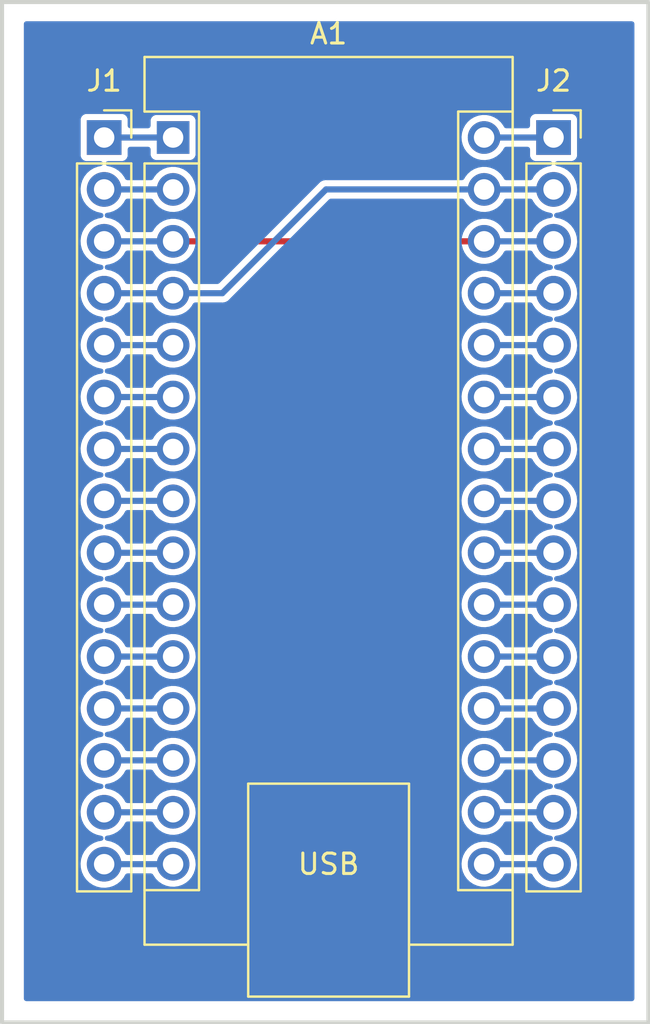
<source format=kicad_pcb>
(kicad_pcb (version 20211014) (generator pcbnew)
  (title_block (title "Arduino Shield") (date "2022-11-11") (rev "1.0") (company "TK") (comment 1 "Tunay Kavrayan"))
  (layers (0 "F.Cu" signal) (31 "B.Cu" signal) (34 "B.Paste" user) (35 "F.Paste" user) (36 "B.SilkS" user "B.Silkscreen") (37 "F.SilkS" user "F.Silkscreen") (38 "B.Mask" user) (39 "F.Mask" user) (44 "Edge.Cuts" user))
  (net 0 "")
  (net 1 "TX1")
  (net 2 "RX0")
  (net 3 "RST")
  (net 4 "GND")
  (net 5 "D2")
  (net 6 "D3")
  (net 7 "D4")
  (net 8 "D5")
  (net 9 "D6")
  (net 10 "D7")
  (net 11 "D8")
  (net 12 "D9")
  (net 13 "D10")
  (net 14 "D11")
  (net 15 "D12")
  (net 16 "D13")
  (net 17 "+3.3V")
  (net 18 "AREF")
  (net 19 "A0")
  (net 20 "A1")
  (net 21 "A2")
  (net 22 "A3")
  (net 23 "A4")
  (net 24 "A5")
  (net 25 "A6")
  (net 26 "A7")
  (net 27 "+5V")
  (net 28 "VIN")
  (footprint "Module:Arduino_Nano" (layer "F.Cu") (at 192.3796 81.2292)
    (fp_text reference "A1" (at 7.62 -5.08) (layer "F.SilkS"))
    (fp_text value "Arduino_Nano_v3.x")
    (fp_text user "USB" (at 7.62 35.56 unlocked) (layer "F.SilkS"))
    (fp_line (start 13.97 36.83) (end 16.64 36.83) (layer "F.SilkS") (width 0.12))
    (fp_line (start 16.64 -3.94) (end -1.4 -3.94) (layer "F.SilkS") (width 0.12))
    (fp_line (start 1.27 1.27) (end 1.27 -1.27) (layer "F.SilkS") (width 0.12))
    (fp_line (start 13.97 -1.27) (end 13.97 36.83) (layer "F.SilkS") (width 0.12))
    (fp_line (start 1.27 36.83) (end -1.4 36.83) (layer "F.SilkS") (width 0.12))
    (fp_line (start -1.4 1.27) (end -1.4 39.5) (layer "F.SilkS") (width 0.12))
    (fp_line (start -1.4 -3.94) (end -1.4 -1.27) (layer "F.SilkS") (width 0.12))
    (fp_line (start 11.56 31.62) (end 11.56 42.04) (layer "F.SilkS") (width 0.12))
    (fp_line (start 13.97 -1.27) (end 16.64 -1.27) (layer "F.SilkS") (width 0.12))
    (fp_line (start 3.68 31.62) (end 11.56 31.62) (layer "F.SilkS") (width 0.12))
    (fp_line (start 1.27 1.27) (end 1.27 36.83) (layer "F.SilkS") (width 0.12))
    (fp_line (start 1.27 1.27) (end -1.4 1.27) (layer "F.SilkS") (width 0.12))
    (fp_line (start 1.27 -1.27) (end -1.4 -1.27) (layer "F.SilkS") (width 0.12))
    (fp_line (start -1.4 39.5) (end 3.68 39.5) (layer "F.SilkS") (width 0.12))
    (fp_line (start 11.56 42.04) (end 3.68 42.04) (layer "F.SilkS") (width 0.12))
    (fp_line (start 3.68 42.04) (end 3.68 31.62) (layer "F.SilkS") (width 0.12))
    (fp_line (start 16.64 39.5) (end 16.64 -3.94) (layer "F.SilkS") (width 0.12))
    (fp_line (start 16.64 39.5) (end 11.56 39.5) (layer "F.SilkS") (width 0.12))
    (pad "1" thru_hole rect (at 0 0) (size 1.6 1.6) (drill 1) (layers *.Cu *.Mask) (net 1 "TX1"))
    (pad "2" thru_hole oval (at 0 2.54) (size 1.6 1.6) (drill 1) (layers *.Cu *.Mask) (net 2 "RX0"))
    (pad "3" thru_hole oval (at 0 5.08) (size 1.6 1.6) (drill 1) (layers *.Cu *.Mask) (net 3 "RST"))
    (pad "4" thru_hole oval (at 0 7.62) (size 1.6 1.6) (drill 1) (layers *.Cu *.Mask) (net 4 "GND"))
    (pad "5" thru_hole oval (at 0 10.16) (size 1.6 1.6) (drill 1) (layers *.Cu *.Mask) (net 5 "D2"))
    (pad "6" thru_hole oval (at 0 12.7) (size 1.6 1.6) (drill 1) (layers *.Cu *.Mask) (net 6 "D3"))
    (pad "7" thru_hole oval (at 0 15.24) (size 1.6 1.6) (drill 1) (layers *.Cu *.Mask) (net 7 "D4"))
    (pad "8" thru_hole oval (at 0 17.78) (size 1.6 1.6) (drill 1) (layers *.Cu *.Mask) (net 8 "D5"))
    (pad "9" thru_hole oval (at 0 20.32) (size 1.6 1.6) (drill 1) (layers *.Cu *.Mask) (net 9 "D6"))
    (pad "10" thru_hole oval (at 0 22.86) (size 1.6 1.6) (drill 1) (layers *.Cu *.Mask) (net 10 "D7"))
    (pad "11" thru_hole oval (at 0 25.4) (size 1.6 1.6) (drill 1) (layers *.Cu *.Mask) (net 11 "D8"))
    (pad "12" thru_hole oval (at 0 27.94) (size 1.6 1.6) (drill 1) (layers *.Cu *.Mask) (net 12 "D9"))
    (pad "13" thru_hole oval (at 0 30.48) (size 1.6 1.6) (drill 1) (layers *.Cu *.Mask) (net 13 "D10"))
    (pad "14" thru_hole oval (at 0 33.02) (size 1.6 1.6) (drill 1) (layers *.Cu *.Mask) (net 14 "D11"))
    (pad "15" thru_hole oval (at 0 35.56) (size 1.6 1.6) (drill 1) (layers *.Cu *.Mask) (net 15 "D12"))
    (pad "16" thru_hole oval (at 15.24 35.56) (size 1.6 1.6) (drill 1) (layers *.Cu *.Mask) (net 16 "D13"))
    (pad "17" thru_hole oval (at 15.24 33.02) (size 1.6 1.6) (drill 1) (layers *.Cu *.Mask) (net 17 "+3.3V"))
    (pad "18" thru_hole oval (at 15.24 30.48) (size 1.6 1.6) (drill 1) (layers *.Cu *.Mask) (net 18 "AREF"))
    (pad "19" thru_hole oval (at 15.24 27.94) (size 1.6 1.6) (drill 1) (layers *.Cu *.Mask) (net 19 "A0"))
    (pad "20" thru_hole oval (at 15.24 25.4) (size 1.6 1.6) (drill 1) (layers *.Cu *.Mask) (net 20 "A1"))
    (pad "21" thru_hole oval (at 15.24 22.86) (size 1.6 1.6) (drill 1) (layers *.Cu *.Mask) (net 21 "A2"))
    (pad "22" thru_hole oval (at 15.24 20.32) (size 1.6 1.6) (drill 1) (layers *.Cu *.Mask) (net 22 "A3"))
    (pad "23" thru_hole oval (at 15.24 17.78) (size 1.6 1.6) (drill 1) (layers *.Cu *.Mask) (net 23 "A4"))
    (pad "24" thru_hole oval (at 15.24 15.24) (size 1.6 1.6) (drill 1) (layers *.Cu *.Mask) (net 24 "A5"))
    (pad "25" thru_hole oval (at 15.24 12.7) (size 1.6 1.6) (drill 1) (layers *.Cu *.Mask) (net 25 "A6"))
    (pad "26" thru_hole oval (at 15.24 10.16) (size 1.6 1.6) (drill 1) (layers *.Cu *.Mask) (net 26 "A7"))
    (pad "27" thru_hole oval (at 15.24 7.62) (size 1.6 1.6) (drill 1) (layers *.Cu *.Mask) (net 27 "+5V"))
    (pad "28" thru_hole oval (at 15.24 5.08) (size 1.6 1.6) (drill 1) (layers *.Cu *.Mask) (net 3 "RST"))
    (pad "29" thru_hole oval (at 15.24 2.54) (size 1.6 1.6) (drill 1) (layers *.Cu *.Mask) (net 4 "GND"))
    (pad "30" thru_hole oval (at 15.24 0) (size 1.6 1.6) (drill 1) (layers *.Cu *.Mask) (net 28 "VIN"))
  )
  (footprint "Connector_PinSocket_2.54mm:PinSocket_1x15_P2.54mm_Vertical" (layer "F.Cu") (at 211.0232 81.2292)
    (fp_text reference "J2" (at 0 -2.77) (layer "F.SilkS"))
    (fp_text value "Conn_01x15_Female")
    (fp_line (start -1.33 1.27) (end 1.33 1.27) (layer "F.SilkS") (width 0.12))
    (fp_line (start -1.33 36.89) (end 1.33 36.89) (layer "F.SilkS") (width 0.12))
    (fp_line (start -1.33 1.27) (end -1.33 36.89) (layer "F.SilkS") (width 0.12))
    (fp_line (start 1.33 -1.33) (end 1.33 0) (layer "F.SilkS") (width 0.12))
    (fp_line (start 1.33 1.27) (end 1.33 36.89) (layer "F.SilkS") (width 0.12))
    (fp_line (start 0 -1.33) (end 1.33 -1.33) (layer "F.SilkS") (width 0.12))
    (pad "1" thru_hole rect (at 0 0) (size 1.7 1.7) (drill 1) (layers *.Cu *.Mask) (net 28 "VIN"))
    (pad "2" thru_hole oval (at 0 2.54) (size 1.7 1.7) (drill 1) (layers *.Cu *.Mask) (net 4 "GND"))
    (pad "3" thru_hole oval (at 0 5.08) (size 1.7 1.7) (drill 1) (layers *.Cu *.Mask) (net 3 "RST"))
    (pad "4" thru_hole oval (at 0 7.62) (size 1.7 1.7) (drill 1) (layers *.Cu *.Mask) (net 27 "+5V"))
    (pad "5" thru_hole oval (at 0 10.16) (size 1.7 1.7) (drill 1) (layers *.Cu *.Mask) (net 26 "A7"))
    (pad "6" thru_hole oval (at 0 12.7) (size 1.7 1.7) (drill 1) (layers *.Cu *.Mask) (net 25 "A6"))
    (pad "7" thru_hole oval (at 0 15.24) (size 1.7 1.7) (drill 1) (layers *.Cu *.Mask) (net 24 "A5"))
    (pad "8" thru_hole oval (at 0 17.78) (size 1.7 1.7) (drill 1) (layers *.Cu *.Mask) (net 23 "A4"))
    (pad "9" thru_hole oval (at 0 20.32) (size 1.7 1.7) (drill 1) (layers *.Cu *.Mask) (net 22 "A3"))
    (pad "10" thru_hole oval (at 0 22.86) (size 1.7 1.7) (drill 1) (layers *.Cu *.Mask) (net 21 "A2"))
    (pad "11" thru_hole oval (at 0 25.4) (size 1.7 1.7) (drill 1) (layers *.Cu *.Mask) (net 20 "A1"))
    (pad "12" thru_hole oval (at 0 27.94) (size 1.7 1.7) (drill 1) (layers *.Cu *.Mask) (net 19 "A0"))
    (pad "13" thru_hole oval (at 0 30.48) (size 1.7 1.7) (drill 1) (layers *.Cu *.Mask) (net 18 "AREF"))
    (pad "14" thru_hole oval (at 0 33.02) (size 1.7 1.7) (drill 1) (layers *.Cu *.Mask) (net 17 "+3.3V"))
    (pad "15" thru_hole oval (at 0 35.56) (size 1.7 1.7) (drill 1) (layers *.Cu *.Mask) (net 16 "D13"))
  )
  (footprint "Connector_PinSocket_2.54mm:PinSocket_1x15_P2.54mm_Vertical" (layer "F.Cu") (at 189.0014 81.2292)
    (fp_text reference "J1" (at 0 -2.77) (layer "F.SilkS"))
    (fp_text value "Conn_01x15_Female")
    (fp_line (start 0 -1.33) (end 1.33 -1.33) (layer "F.SilkS") (width 0.12))
    (fp_line (start 1.33 -1.33) (end 1.33 0) (layer "F.SilkS") (width 0.12))
    (fp_line (start -1.33 36.89) (end 1.33 36.89) (layer "F.SilkS") (width 0.12))
    (fp_line (start -1.33 1.27) (end -1.33 36.89) (layer "F.SilkS") (width 0.12))
    (fp_line (start -1.33 1.27) (end 1.33 1.27) (layer "F.SilkS") (width 0.12))
    (fp_line (start 1.33 1.27) (end 1.33 36.89) (layer "F.SilkS") (width 0.12))
    (pad "1" thru_hole rect (at 0 0) (size 1.7 1.7) (drill 1) (layers *.Cu *.Mask) (net 1 "TX1"))
    (pad "2" thru_hole oval (at 0 2.54) (size 1.7 1.7) (drill 1) (layers *.Cu *.Mask) (net 2 "RX0"))
    (pad "3" thru_hole oval (at 0 5.08) (size 1.7 1.7) (drill 1) (layers *.Cu *.Mask) (net 3 "RST"))
    (pad "4" thru_hole oval (at 0 7.62) (size 1.7 1.7) (drill 1) (layers *.Cu *.Mask) (net 4 "GND"))
    (pad "5" thru_hole oval (at 0 10.16) (size 1.7 1.7) (drill 1) (layers *.Cu *.Mask) (net 5 "D2"))
    (pad "6" thru_hole oval (at 0 12.7) (size 1.7 1.7) (drill 1) (layers *.Cu *.Mask) (net 6 "D3"))
    (pad "7" thru_hole oval (at 0 15.24) (size 1.7 1.7) (drill 1) (layers *.Cu *.Mask) (net 7 "D4"))
    (pad "8" thru_hole oval (at 0 17.78) (size 1.7 1.7) (drill 1) (layers *.Cu *.Mask) (net 8 "D5"))
    (pad "9" thru_hole oval (at 0 20.32) (size 1.7 1.7) (drill 1) (layers *.Cu *.Mask) (net 9 "D6"))
    (pad "10" thru_hole oval (at 0 22.86) (size 1.7 1.7) (drill 1) (layers *.Cu *.Mask) (net 10 "D7"))
    (pad "11" thru_hole oval (at 0 25.4) (size 1.7 1.7) (drill 1) (layers *.Cu *.Mask) (net 11 "D8"))
    (pad "12" thru_hole oval (at 0 27.94) (size 1.7 1.7) (drill 1) (layers *.Cu *.Mask) (net 12 "D9"))
    (pad "13" thru_hole oval (at 0 30.48) (size 1.7 1.7) (drill 1) (layers *.Cu *.Mask) (net 13 "D10"))
    (pad "14" thru_hole oval (at 0 33.02) (size 1.7 1.7) (drill 1) (layers *.Cu *.Mask) (net 14 "D11"))
    (pad "15" thru_hole oval (at 0 35.56) (size 1.7 1.7) (drill 1) (layers *.Cu *.Mask) (net 15 "D12"))
  )
  (gr_rect (start 183.9976 74.5998) (end 215.6714 124.5362) (layer "Edge.Cuts") (width 0.2) (fill none))
  (segment (start 189.0014 81.2292) (end 192.3796 81.2292) (width 0.3) (layer "B.Cu") (net 1))
  (segment (start 189.0014 83.7692) (end 192.3796 83.7692) (width 0.3) (layer "B.Cu") (net 2))
  (segment (start 192.3796 86.3092) (end 207.6196 86.3092) (width 0.3) (layer "F.Cu") (net 3))
  (segment (start 189.0014 86.3092) (end 192.3796 86.3092) (width 0.3) (layer "B.Cu") (net 3))
  (segment (start 207.6196 86.3092) (end 211.0232 86.3092) (width 0.3) (layer "B.Cu") (net 3))
  (segment (start 207.6196 83.7692) (end 211.0232 83.7692) (width 0.3) (layer "B.Cu") (net 4))
  (segment (start 199.8726 83.7692) (end 207.6196 83.7692) (width 0.3) (layer "B.Cu") (net 4))
  (segment (start 189.0014 88.8492) (end 192.3796 88.8492) (width 0.3) (layer "B.Cu") (net 4))
  (segment (start 192.3796 88.8492) (end 194.7926 88.8492) (width 0.3) (layer "B.Cu") (net 4))
  (segment (start 194.7926 88.8492) (end 199.8726 83.7692) (width 0.3) (layer "B.Cu") (net 4))
  (segment (start 189.0014 91.3892) (end 192.3796 91.3892) (width 0.3) (layer "B.Cu") (net 5))
  (segment (start 189.0014 93.9292) (end 192.3796 93.9292) (width 0.3) (layer "B.Cu") (net 6))
  (segment (start 189.0014 96.4692) (end 192.3796 96.4692) (width 0.3) (layer "B.Cu") (net 7))
  (segment (start 189.0014 99.0092) (end 192.3796 99.0092) (width 0.3) (layer "B.Cu") (net 8))
  (segment (start 189.0014 101.5492) (end 192.3796 101.5492) (width 0.3) (layer "B.Cu") (net 9))
  (segment (start 189.0014 104.0892) (end 192.3796 104.0892) (width 0.3) (layer "B.Cu") (net 10))
  (segment (start 189.0014 106.6292) (end 192.3796 106.6292) (width 0.3) (layer "B.Cu") (net 11))
  (segment (start 189.0014 109.1692) (end 192.3796 109.1692) (width 0.3) (layer "B.Cu") (net 12))
  (segment (start 189.0014 111.7092) (end 192.3796 111.7092) (width 0.3) (layer "B.Cu") (net 13))
  (segment (start 189.0014 114.2492) (end 192.3796 114.2492) (width 0.3) (layer "B.Cu") (net 14))
  (segment (start 189.0014 116.7892) (end 192.3796 116.7892) (width 0.3) (layer "B.Cu") (net 15))
  (segment (start 207.6196 116.7892) (end 211.0232 116.7892) (width 0.3) (layer "B.Cu") (net 16))
  (segment (start 207.6196 114.2492) (end 211.0232 114.2492) (width 0.3) (layer "B.Cu") (net 17))
  (segment (start 207.6196 111.7092) (end 211.0232 111.7092) (width 0.3) (layer "B.Cu") (net 18))
  (segment (start 207.6196 109.1692) (end 211.0232 109.1692) (width 0.3) (layer "B.Cu") (net 19))
  (segment (start 207.6196 106.6292) (end 211.0232 106.6292) (width 0.3) (layer "B.Cu") (net 20))
  (segment (start 207.6196 104.0892) (end 211.0232 104.0892) (width 0.3) (layer "B.Cu") (net 21))
  (segment (start 207.6196 101.5492) (end 211.0232 101.5492) (width 0.3) (layer "B.Cu") (net 22))
  (segment (start 207.6196 99.0092) (end 211.0232 99.0092) (width 0.3) (layer "B.Cu") (net 23))
  (segment (start 207.6196 96.4692) (end 211.0232 96.4692) (width 0.3) (layer "B.Cu") (net 24))
  (segment (start 207.6196 93.9292) (end 211.0232 93.9292) (width 0.3) (layer "B.Cu") (net 25))
  (segment (start 207.6196 91.3892) (end 211.0232 91.3892) (width 0.3) (layer "B.Cu") (net 26))
  (segment (start 207.6196 88.8492) (end 211.0232 88.8492) (width 0.3) (layer "B.Cu") (net 27))
  (segment (start 207.6196 81.2292) (end 211.0232 81.2292) (width 0.3) (layer "B.Cu") (net 28))
  (zone (net 0) (net_name "") (layer "B.Cu") (connect_pads (clearance 0)) (min_thickness 0.254) (fill yes (thermal_gap 0.508) (thermal_bridge_width 0.508))
    (polygon (pts (xy 214.9856 123.4948) (xy 185.0644 123.4948) (xy 185.0644 75.5396) (xy 214.9856 75.5396)))
  )
)
</source>
